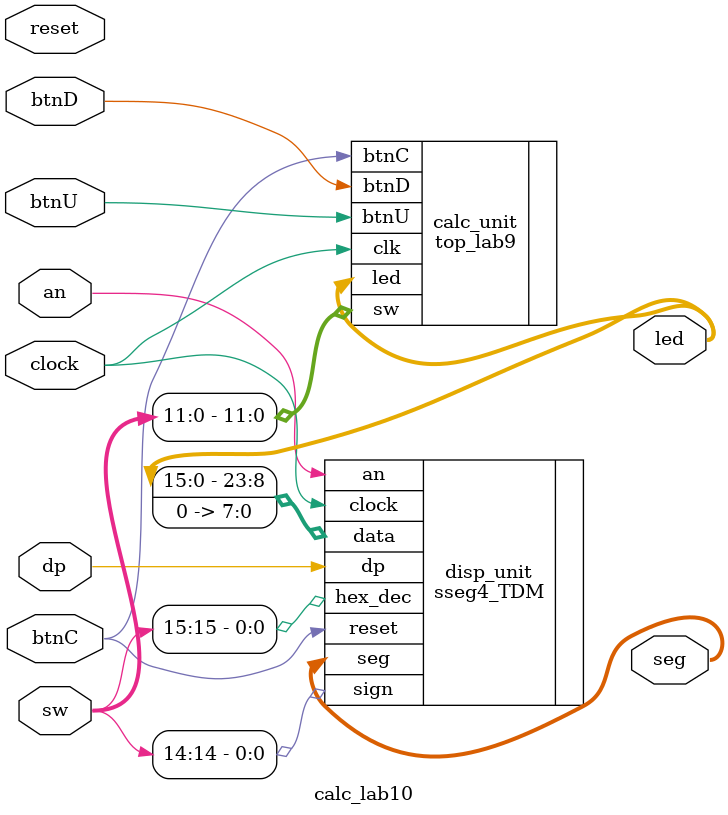
<source format=sv>
`timescale 1ns / 1ps

module calc_lab10(
    input btnC, btnD, btnU, clock, reset, dp, an, 
    input [15:0] sw, 
    output [15:0] led, 
    output [6:0] seg
    );
    
top_lab9 calc_unit(.sw(sw[11:0]), .btnC(btnC), .btnD(btnD), .btnU(btnU), .clk(clock), .led(led));

sseg4_TDM disp_unit(.data({led[15:0], 8'b00000000}), .hex_dec(sw[15]), 
.sign(sw[14]), .reset(btnC), .clock(clock), .seg(seg), .dp(dp), .an(an)); 

endmodule

</source>
